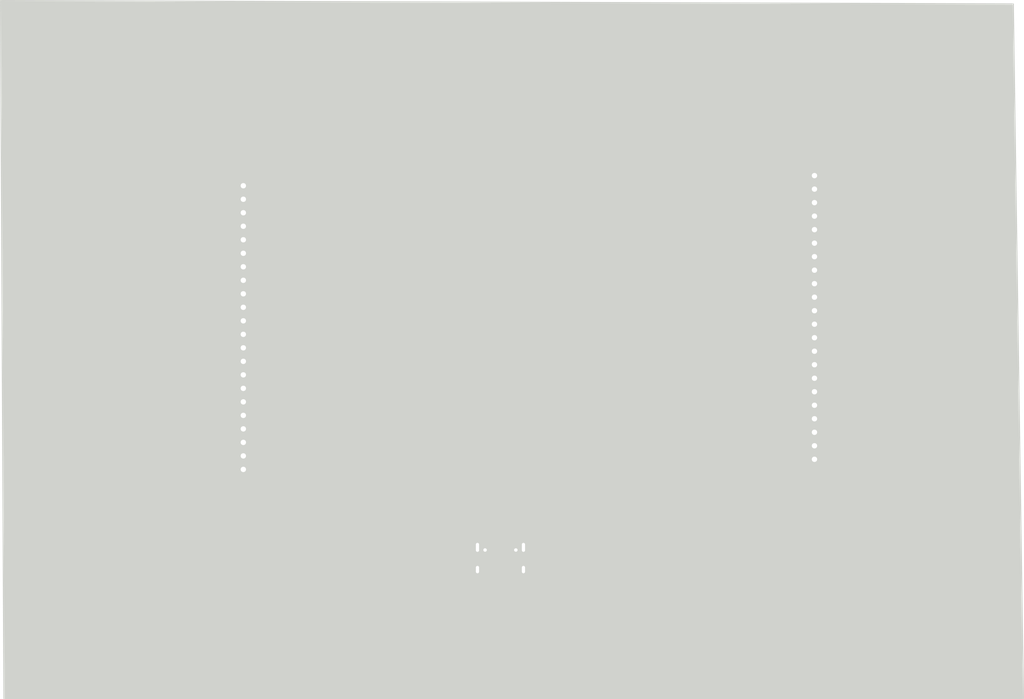
<source format=kicad_pcb>
(kicad_pcb (version 20241229) (generator "pcbnew") (generator_version "9.0")
  (layers (0 "F.Cu" signal) (2 "B.Cu" signal) (13 "F.Paste" user) (15 "B.Paste" user) (5 "F.SilkS" user "F.Silkscreen") (7 "B.SilkS" user "B.Silkscreen") (1 "F.Mask" user) (3 "B.Mask" user) (25 "Edge.Cuts" user))
  (net 0 "")
  (net 1 "/GPIO0")
  (net 2 "GND")
  (net 3 "/3V3")
  (net 4 "/ESP32_EN")
  (net 5 "/5VUSB")
  (net 6 "/GPIO48")
  (net 8 "Net-(D2-A)")
  (net 10 "/USB_P")
  (net 11 "/USB_N")
  (net 13 "Net-(J1-CC2)")
  (net 14 "Net-(J1-CC1)")
  (net 15 "/GPIO3")
  (net 16 "/GPIO14")
  (net 17 "/12C_SCL")
  (net 18 "/GPIO13")
  (net 19 "/GPIO4")
  (net 20 "/GPIO5")
  (net 21 "/12C_SDA")
  (net 22 "/GPIO7")
  (net 23 "/GPIO11")
  (net 24 "/GPIO1")
  (net 25 "/GPIO9")
  (net 26 "/GPIO12")
  (net 27 "/GPIO15")
  (net 28 "/GPIO8")
  (net 29 "/GPIO10")
  (net 30 "/GPIO16")
  (net 31 "/GPIO2")
  (net 32 "/GPIO6")
  (net 33 "/GPIO47")
  (net 34 "/GPIO36")
  (net 35 "/GPIO37")
  (net 36 "/GPIO42")
  (net 37 "/GPIO40")
  (net 38 "/GPIO33")
  (net 39 "/TXD")
  (net 40 "/GPIO34")
  (net 41 "/GPIO35")
  (net 42 "/GPIO45")
  (net 43 "/RXD")
  (net 44 "/GPIO41")
  (net 45 "/GPIO26")
  (net 46 "/GPIO46")
  (net 47 "/GPIO39")
  (net 48 "/GPIO21")
  (net 49 "/GPIO38")
  (net 50 "Net-(U1-IO17)")
  (net 51 "Net-(U3-FB)")
  (footprint "Capacitor_SMD:C_0603_1608Metric" (layer "F.Cu") (at 171.39 94.57 90)
    (property "Reference" "C4" (at -6.89 -4.605 90) (layer "F.SilkS"))
    (property "Value" "~")
    (fp_line (start -0.14058 -0.51) (end 0.14058 -0.51) (stroke (width 0.12)) (layer "F.SilkS"))
    (fp_line (start -0.14058 0.51) (end 0.14058 0.51) (stroke (width 0.12)) (layer "F.SilkS"))
    (pad "1" smd roundrect (at -0.775 0 90) (size 0.9 0.95) (layers "F.Cu" "F.Mask" "F.Paste") (net 2 "GND"))
    (pad "2" smd roundrect (at 0.775 0 90) (size 0.9 0.95) (layers "F.Cu" "F.Mask" "F.Paste") (net 1 "/GPIO0"))
  )
  (footprint "Resistor_SMD:R_0603_1608Metric" (layer "F.Cu") (at 156.815 84.645 90)
    (property "Reference" "R4" (at 0 -1.43 90) (layer "F.SilkS"))
    (property "Value" "~")
    (fp_line (start -0.237258 -0.5225) (end 0.237258 -0.5225) (stroke (width 0.12)) (layer "F.SilkS"))
    (fp_line (start -0.237258 0.5225) (end 0.237258 0.5225) (stroke (width 0.12)) (layer "F.SilkS"))
    (pad "1" smd roundrect (at -0.825 0 90) (size 0.8 0.95) (layers "F.Cu" "F.Mask" "F.Paste") (net 3 "/3V3"))
    (pad "2" smd roundrect (at 0.825 0 90) (size 0.8 0.95) (layers "F.Cu" "F.Mask" "F.Paste") (net 4 "/ESP32_EN"))
  )
  (footprint "Capacitor_SMD:C_0603_1608Metric" (layer "F.Cu") (at 152.37 94.57 90)
    (property "Reference" "C6" (at 0 -1.43 90) (layer "F.SilkS"))
    (property "Value" "~")
    (fp_line (start -0.14058 -0.51) (end 0.14058 -0.51) (stroke (width 0.12)) (layer "F.SilkS"))
    (fp_line (start -0.14058 0.51) (end 0.14058 0.51) (stroke (width 0.12)) (layer "F.SilkS"))
    (pad "1" smd roundrect (at -0.775 0 90) (size 0.9 0.95) (layers "F.Cu" "F.Mask" "F.Paste") (net 2 "GND"))
    (pad "2" smd roundrect (at 0.775 0 90) (size 0.9 0.95) (layers "F.Cu" "F.Mask" "F.Paste") (net 3 "/3V3"))
  )
  (footprint "Capacitor_SMD:C_0603_1608Metric" (layer "F.Cu") (at 163.195 101.46 90)
    (property "Reference" "C2" (at 0 -1.43 90) (layer "F.SilkS"))
    (property "Value" "~")
    (fp_line (start -0.14058 -0.51) (end 0.14058 -0.51) (stroke (width 0.12)) (layer "F.SilkS"))
    (fp_line (start -0.14058 0.51) (end 0.14058 0.51) (stroke (width 0.12)) (layer "F.SilkS"))
    (pad "1" smd roundrect (at -0.775 0 90) (size 0.9 0.95) (layers "F.Cu" "F.Mask" "F.Paste") (net 2 "GND"))
    (pad "2" smd roundrect (at 0.775 0 90) (size 0.9 0.95) (layers "F.Cu" "F.Mask" "F.Paste") (net 3 "/3V3"))
  )
  (footprint "Connector_USB:USB_C_Receptacle_GCT_USB4105-xx-A_16P_TopMnt_Horizontal" (layer "F.Cu") (at 156.265 121.9)
    (property "Reference" "J1" (at 0 -5.5 0) (layer "F.SilkS"))
    (property "Value" "USB_C_Receptacle_USB2.0_16P")
    (fp_line (start -4.67 -0.1) (end -4.67 -1.8) (stroke (width 0.12)) (layer "F.SilkS"))
    (fp_line (start 4.67 -0.1) (end 4.67 -1.8) (stroke (width 0.12)) (layer "F.SilkS"))
    (pad "" np_thru_hole circle (at -2.89 -2.605) (size 0.65 0.65) (drill 0.65) (layers "*.Cu" "*.Mask"))
    (pad "" np_thru_hole circle (at 2.89 -2.605) (size 0.65 0.65) (drill 0.65) (layers "*.Cu" "*.Mask"))
    (pad "A1" smd roundrect (at -3.2 -3.68) (size 0.6 1.15) (layers "F.Cu" "F.Mask" "F.Paste") (net 2 "GND"))
    (pad "A4" smd roundrect (at -2.4 -3.68) (size 0.6 1.15) (layers "F.Cu" "F.Mask" "F.Paste") (net 5 "/5VUSB"))
    (pad "A5" smd roundrect (at -1.25 -3.68) (size 0.3 1.15) (layers "F.Cu" "F.Mask" "F.Paste") (net 14 "Net-(J1-CC1)"))
    (pad "A6" smd roundrect (at -0.25 -3.68) (size 0.3 1.15) (layers "F.Cu" "F.Mask" "F.Paste") (net 10 "/USB_P"))
    (pad "A7" smd roundrect (at 0.25 -3.68) (size 0.3 1.15) (layers "F.Cu" "F.Mask" "F.Paste") (net 11 "/USB_N"))
    (pad "A8" smd roundrect (at 1.25 -3.68) (size 0.3 1.15) (layers "F.Cu" "F.Mask" "F.Paste"))
    (pad "A9" smd roundrect (at 2.4 -3.68) (size 0.6 1.15) (layers "F.Cu" "F.Mask" "F.Paste") (net 5 "/5VUSB"))
    (pad "A12" smd roundrect (at 3.2 -3.68) (size 0.6 1.15) (layers "F.Cu" "F.Mask" "F.Paste") (net 2 "GND"))
    (pad "B1" smd roundrect (at 3.2 -3.68) (size 0.6 1.15) (layers "F.Cu" "F.Mask" "F.Paste") (net 2 "GND"))
    (pad "B4" smd roundrect (at 2.4 -3.68) (size 0.6 1.15) (layers "F.Cu" "F.Mask" "F.Paste") (net 5 "/5VUSB"))
    (pad "B5" smd roundrect (at 1.75 -3.68) (size 0.3 1.15) (layers "F.Cu" "F.Mask" "F.Paste") (net 13 "Net-(J1-CC2)"))
    (pad "B6" smd roundrect (at 0.75 -3.68) (size 0.3 1.15) (layers "F.Cu" "F.Mask" "F.Paste") (net 10 "/USB_P"))
    (pad "B7" smd roundrect (at -0.75 -3.68) (size 0.3 1.15) (layers "F.Cu" "F.Mask" "F.Paste") (net 11 "/USB_N"))
    (pad "B8" smd roundrect (at -1.75 -3.68) (size 0.3 1.15) (layers "F.Cu" "F.Mask" "F.Paste"))
    (pad "B9" smd roundrect (at -2.4 -3.68) (size 0.6 1.15) (layers "F.Cu" "F.Mask" "F.Paste") (net 5 "/5VUSB"))
    (pad "B12" smd roundrect (at -3.2 -3.68) (size 0.6 1.15) (layers "F.Cu" "F.Mask" "F.Paste") (net 2 "GND"))
    (pad "S1" thru_hole oval (at -4.32 -3.105) (size 1 2.1) (drill oval 0.6 1.7) (property pad_prop_heatsink) (layers "*.Cu" "*.Mask" "F.Paste") (net 2 "GND"))
    (pad "S1" thru_hole oval (at -4.32 1.075) (size 1 1.8) (drill oval 0.6 1.4) (property pad_prop_heatsink) (layers "*.Cu" "*.Mask" "F.Paste") (net 2 "GND"))
    (pad "S1" thru_hole oval (at 4.32 -3.105) (size 1 2.1) (drill oval 0.6 1.7) (property pad_prop_heatsink) (layers "*.Cu" "*.Mask" "F.Paste") (net 2 "GND"))
    (pad "S1" thru_hole oval (at 4.32 1.075) (size 1 1.8) (drill oval 0.6 1.4) (property pad_prop_heatsink) (layers "*.Cu" "*.Mask" "F.Paste") (net 2 "GND"))
  )
  (footprint "Resistor_SMD:R_0603_1608Metric" (layer "F.Cu") (at 181.58 128.46 90)
    (property "Reference" "R8" (at 0 -1.43 90) (layer "F.SilkS"))
    (property "Value" "~")
    (fp_line (start -0.237258 -0.5225) (end 0.237258 -0.5225) (stroke (width 0.12)) (layer "F.SilkS"))
    (fp_line (start -0.237258 0.5225) (end 0.237258 0.5225) (stroke (width 0.12)) (layer "F.SilkS"))
    (pad "1" smd roundrect (at -0.825 0 90) (size 0.8 0.95) (layers "F.Cu" "F.Mask" "F.Paste") (net 51 "Net-(U3-FB)"))
    (pad "2" smd roundrect (at 0.825 0 90) (size 0.8 0.95) (layers "F.Cu" "F.Mask" "F.Paste") (net 2 "GND"))
  )
  (footprint "Capacitor_SMD:C_0603_1608Metric" (layer "F.Cu") (at 149.86 94.57 90)
    (property "Reference" "C5" (at 0 -1.43 90) (layer "F.SilkS"))
    (property "Value" "~")
    (fp_line (start -0.14058 -0.51) (end 0.14058 -0.51) (stroke (width 0.12)) (layer "F.SilkS"))
    (fp_line (start -0.14058 0.51) (end 0.14058 0.51) (stroke (width 0.12)) (layer "F.SilkS"))
    (pad "1" smd roundrect (at -0.775 0 90) (size 0.9 0.95) (layers "F.Cu" "F.Mask" "F.Paste") (net 2 "GND"))
    (pad "2" smd roundrect (at 0.775 0 90) (size 0.9 0.95) (layers "F.Cu" "F.Mask" "F.Paste") (net 4 "/ESP32_EN"))
  )
  (footprint "Resistor_SMD:R_0603_1608Metric" (layer "F.Cu") (at 178.92 90.56 90)
    (property "Reference" "R6" (at 0 -1.43 90) (layer "F.SilkS"))
    (property "Value" "~")
    (fp_line (start -0.237258 -0.5225) (end 0.237258 -0.5225) (stroke (width 0.12)) (layer "F.SilkS"))
    (fp_line (start -0.237258 0.5225) (end 0.237258 0.5225) (stroke (width 0.12)) (layer "F.SilkS"))
    (pad "1" smd roundrect (at -0.825 0 90) (size 0.8 0.95) (layers "F.Cu" "F.Mask" "F.Paste") (net 13 "Net-(J1-CC2)"))
    (pad "2" smd roundrect (at 0.825 0 90) (size 0.8 0.95) (layers "F.Cu" "F.Mask" "F.Paste") (net 2 "GND"))
  )
  (footprint "LED_SMD:LED_WS2812B_PLCC4_5.0x5.0mm_P3.2mm" (layer "F.Cu") (at 187.865 109.895)
    (property "Reference" "D1" (at 0 -3.5 0) (layer "F.SilkS"))
    (property "Value" "WS2812B")
    (fp_line (start -3.5 -2.75) (end -3.5 2.75) (stroke (width 0.12)) (layer "F.SilkS"))
    (fp_line (start -3.5 -2.75) (end 3.5 -2.75) (stroke (width 0.12)) (layer "F.SilkS"))
    (fp_line (start -3.5 2.75) (end 3.05 2.75) (stroke (width 0.12)) (layer "F.SilkS"))
    (fp_line (start -2.7 0.9) (end -2.7 -0.9) (stroke (width 0.12)) (layer "F.SilkS"))
    (fp_line (start 2.7 0.9) (end 2.7 -0.9) (stroke (width 0.12)) (layer "F.SilkS"))
    (fp_line (start 3.05 2.75) (end 3.5 2.3) (stroke (width 0.12)) (layer "F.SilkS"))
    (fp_line (start 3.5 2.3) (end 3.5 -2.75) (stroke (width 0.12)) (layer "F.SilkS"))
    (fp_text user "1" (at -4 -1.6 0) (layer "F.SilkS") (effects (font (size 0.8 0.8))))
    (pad "1" smd roundrect (at -2.45 -1.65) (size 1.5 0.9) (layers "F.Cu" "F.Mask" "F.Paste") (roundrect_rratio 0.1) (net 3 "/3V3"))
    (pad "2" smd roundrect (at -2.45 1.65) (size 1.5 0.9) (layers "F.Cu" "F.Mask" "F.Paste") (roundrect_rratio 0.1))
    (pad "3" smd roundrect (at 2.45 1.65) (size 1.5 0.9) (layers "F.Cu" "F.Mask" "F.Paste") (roundrect_rratio 0.1) (net 2 "GND"))
    (pad "4" smd roundrect (at 2.45 -1.65) (size 1.5 0.9) (layers "F.Cu" "F.Mask" "F.Paste") (roundrect_rratio 0.1) (net 6 "/GPIO48"))
  )
  (footprint "Connector_PinHeader_2.54mm:PinHeader_1x22_P2.54mm_Vertical" (layer "F.Cu") (at 107.95 50.8)
    (property "Reference" "J2" (at 0 -2.33 0) (layer "F.SilkS"))
    (property "Value" "Conn_01x22_Pin")
    (fp_line (start -1.33 -1.33) (end 0 -1.33) (stroke (width 0.12)) (layer "F.SilkS"))
    (fp_line (start -1.33 0) (end -1.33 -1.33) (stroke (width 0.12)) (layer "F.SilkS"))
    (fp_line (start -1.33 1.27) (end -1.33 54.67) (stroke (width 0.12)) (layer "F.SilkS"))
    (fp_line (start -1.33 1.27) (end 1.33 1.27) (stroke (width 0.12)) (layer "F.SilkS"))
    (fp_line (start -1.33 54.67) (end 1.33 54.67) (stroke (width 0.12)) (layer "F.SilkS"))
    (fp_line (start 1.33 1.27) (end 1.33 54.67) (stroke (width 0.12)) (layer "F.SilkS"))
    (pad "1" thru_hole rect (at 0 0) (size 1.7 1.7) (drill 1) (layers "*.Cu" "*.Mask") (net 3 "/3V3"))
    (pad "2" thru_hole oval (at 0 2.54) (size 1.7 1.7) (drill 1) (layers "*.Cu" "*.Mask") (net 1 "/GPIO0"))
    (pad "3" thru_hole oval (at 0 5.08) (size 1.7 1.7) (drill 1) (layers "*.Cu" "*.Mask") (net 24 "/GPIO1"))
    (pad "4" thru_hole oval (at 0 7.62) (size 1.7 1.7) (drill 1) (layers "*.Cu" "*.Mask") (net 31 "/GPIO2"))
    (pad "5" thru_hole oval (at 0 10.16) (size 1.7 1.7) (drill 1) (layers "*.Cu" "*.Mask") (net 15 "/GPIO3"))
    (pad "6" thru_hole oval (at 0 12.7) (size 1.7 1.7) (drill 1) (layers "*.Cu" "*.Mask") (net 19 "/GPIO4"))
    (pad "7" thru_hole oval (at 0 15.24) (size 1.7 1.7) (drill 1) (layers "*.Cu" "*.Mask") (net 20 "/GPIO5"))
    (pad "8" thru_hole oval (at 0 17.78) (size 1.7 1.7) (drill 1) (layers "*.Cu" "*.Mask") (net 32 "/GPIO6"))
    (pad "9" thru_hole oval (at 0 20.32) (size 1.7 1.7) (drill 1) (layers "*.Cu" "*.Mask") (net 22 "/GPIO7"))
    (pad "10" thru_hole oval (at 0 22.86) (size 1.7 1.7) (drill 1) (layers "*.Cu" "*.Mask") (net 28 "/GPIO8"))
    (pad "11" thru_hole oval (at 0 25.4) (size 1.7 1.7) (drill 1) (layers "*.Cu" "*.Mask") (net 25 "/GPIO9"))
    (pad "12" thru_hole oval (at 0 27.94) (size 1.7 1.7) (drill 1) (layers "*.Cu" "*.Mask") (net 29 "/GPIO10"))
    (pad "13" thru_hole oval (at 0 30.48) (size 1.7 1.7) (drill 1) (layers "*.Cu" "*.Mask") (net 23 "/GPIO11"))
    (pad "14" thru_hole oval (at 0 33.02) (size 1.7 1.7) (drill 1) (layers "*.Cu" "*.Mask") (net 26 "/GPIO12"))
    (pad "15" thru_hole oval (at 0 35.56) (size 1.7 1.7) (drill 1) (layers "*.Cu" "*.Mask") (net 18 "/GPIO13"))
    (pad "16" thru_hole oval (at 0 38.1) (size 1.7 1.7) (drill 1) (layers "*.Cu" "*.Mask") (net 16 "/GPIO14"))
    (pad "17" thru_hole oval (at 0 40.64) (size 1.7 1.7) (drill 1) (layers "*.Cu" "*.Mask") (net 27 "/GPIO15"))
    (pad "18" thru_hole oval (at 0 43.18) (size 1.7 1.7) (drill 1) (layers "*.Cu" "*.Mask") (net 30 "/GPIO16"))
    (pad "19" thru_hole oval (at 0 45.72) (size 1.7 1.7) (drill 1) (layers "*.Cu" "*.Mask") (net 17 "/12C_SCL"))
    (pad "20" thru_hole oval (at 0 48.26) (size 1.7 1.7) (drill 1) (layers "*.Cu" "*.Mask") (net 21 "/12C_SDA"))
    (pad "21" thru_hole oval (at 0 50.8) (size 1.7 1.7) (drill 1) (layers "*.Cu" "*.Mask") (net 5 "/5VUSB"))
    (pad "22" thru_hole oval (at 0 53.34) (size 1.7 1.7) (drill 1) (layers "*.Cu" "*.Mask") (net 2 "GND"))
  )
  (footprint "Button_Switch_SMD:SW_MEC_5GSH9" (layer "F.Cu") (at 141.605 93.245)
    (property "Reference" "RESET1" (at 3.49 26.915 180) (layer "F.SilkS"))
    (property "Value" "~")
    (fp_line (start -5.25 -5.25) (end -5.25 0) (stroke (width 0.12)) (layer "F.SilkS"))
    (fp_line (start -5.25 5.25) (end -5.25 4) (stroke (width 0.12)) (layer "F.SilkS"))
    (fp_line (start -4.7 -5.25) (end -5.25 -5.25) (stroke (width 0.12)) (layer "F.SilkS"))
    (fp_line (start -4.7 5.25) (end -5.25 5.25) (stroke (width 0.12)) (layer "F.SilkS"))
    (fp_line (start 4.7 -5.25) (end 5.25 -5.25) (stroke (width 0.12)) (layer "F.SilkS"))
    (fp_line (start 4.7 5.25) (end 5.25 5.25) (stroke (width 0.12)) (layer "F.SilkS"))
    (fp_line (start 5.25 -5.25) (end 5.25 -4) (stroke (width 0.12)) (layer "F.SilkS"))
    (fp_line (start 5.25 5.25) (end 5.25 4) (stroke (width 0.12)) (layer "F.SilkS"))
    (pad "1" smd rect (at -3.81 -6.25 90) (size 2.5 1.2) (layers "F.Cu" "F.Mask" "F.Paste") (net 2 "GND"))
    (pad "2" smd rect (at -3.81 6.25 90) (size 2.5 1.2) (layers "F.Cu" "F.Mask" "F.Paste") (net 2 "GND"))
    (pad "3" smd rect (at 3.81 -6.25 90) (size 2.5 1.2) (layers "F.Cu" "F.Mask" "F.Paste") (net 4 "/ESP32_EN"))
    (pad "4" smd rect (at 3.81 6.25 90) (size 2.5 1.2) (layers "F.Cu" "F.Mask" "F.Paste") (net 4 "/ESP32_EN"))
  )
  (footprint "Resistor_SMD:R_0603_1608Metric" (layer "F.Cu") (at 179.07 128.46 90)
    (property "Reference" "R7" (at 0 -1.43 90) (layer "F.SilkS"))
    (property "Value" "~")
    (fp_line (start -0.237258 -0.5225) (end 0.237258 -0.5225) (stroke (width 0.12)) (layer "F.SilkS"))
    (fp_line (start -0.237258 0.5225) (end 0.237258 0.5225) (stroke (width 0.12)) (layer "F.SilkS"))
    (pad "1" smd roundrect (at -0.825 0 90) (size 0.8 0.95) (layers "F.Cu" "F.Mask" "F.Paste") (net 3 "/3V3"))
    (pad "2" smd roundrect (at 0.825 0 90) (size 0.8 0.95) (layers "F.Cu" "F.Mask" "F.Paste") (net 51 "Net-(U3-FB)"))
  )
  (footprint "RF_Module:ESP32-S2-MINI-1" (layer "F.Cu") (at 158.15 60.76)
    (property "Reference" "U1" (at -16.745 24.985 0) (layer "F.SilkS"))
    (property "Value" "ESP32-S3-MINI-1")
    (fp_line (start -8.075 -10.6) (end -8.075 -8.15) (stroke (width 0.12)) (layer "F.SilkS"))
    (fp_line (start -8.075 -10.6) (end -5.625 -10.6) (stroke (width 0.12)) (layer "F.SilkS"))
    (fp_line (start -7.8 -10.35) (end 7.8 -10.35) (stroke (width 0.12)) (layer "F.SilkS"))
    (fp_line (start -7.8 10.35) (end -7.8 -10.35) (stroke (width 0.12)) (layer "F.SilkS"))
    (fp_line (start 7.8 -10.35) (end 7.8 10.35) (stroke (width 0.12)) (layer "F.SilkS"))
    (fp_line (start 7.8 10.35) (end -7.8 10.35) (stroke (width 0.12)) (layer "F.SilkS"))
    (fp_poly (pts (xy -7.975 -3.4) (xy -8.311 -3.16) (xy -8.311 -3.64) (xy -7.975 -3.4)) (stroke (width 0.12)) (fill yes) (layer "F.SilkS"))
    (pad "1" smd rect (at -7 -3.4) (size 0.8 0.4) (layers "F.Cu" "F.Mask" "F.Paste") (net 2 "GND"))
    (pad "2" smd rect (at -7 -2.55) (size 0.8 0.4) (layers "F.Cu" "F.Mask" "F.Paste") (net 2 "GND"))
    (pad "3" smd rect (at -7 -1.7) (size 0.8 0.4) (layers "F.Cu" "F.Mask" "F.Paste") (net 3 "/3V3"))
    (pad "4" smd rect (at -7 -0.85) (size 0.8 0.4) (layers "F.Cu" "F.Mask" "F.Paste") (net 1 "/GPIO0"))
    (pad "5" smd rect (at -7 0) (size 0.8 0.4) (layers "F.Cu" "F.Mask" "F.Paste") (net 24 "/GPIO1"))
    (pad "6" smd rect (at -7 0.85) (size 0.8 0.4) (layers "F.Cu" "F.Mask" "F.Paste") (net 31 "/GPIO2"))
    (pad "7" smd rect (at -7 1.7) (size 0.8 0.4) (layers "F.Cu" "F.Mask" "F.Paste") (net 15 "/GPIO3"))
    (pad "8" smd rect (at -7 2.55) (size 0.8 0.4) (layers "F.Cu" "F.Mask" "F.Paste") (net 19 "/GPIO4"))
    (pad "9" smd rect (at -7 3.4) (size 0.8 0.4) (layers "F.Cu" "F.Mask" "F.Paste") (net 20 "/GPIO5"))
    (pad "10" smd rect (at -7 4.25) (size 0.8 0.4) (layers "F.Cu" "F.Mask" "F.Paste") (net 32 "/GPIO6"))
    (pad "11" smd rect (at -7 5.1) (size 0.8 0.4) (layers "F.Cu" "F.Mask" "F.Paste") (net 22 "/GPIO7"))
    (pad "12" smd rect (at -7 5.95) (size 0.8 0.4) (layers "F.Cu" "F.Mask" "F.Paste") (net 28 "/GPIO8"))
    (pad "13" smd rect (at -7 6.8) (size 0.8 0.4) (layers "F.Cu" "F.Mask" "F.Paste") (net 25 "/GPIO9"))
    (pad "14" smd rect (at -7 7.65) (size 0.8 0.4) (layers "F.Cu" "F.Mask" "F.Paste") (net 29 "/GPIO10"))
    (pad "15" smd rect (at -7 8.5) (size 0.8 0.4) (layers "F.Cu" "F.Mask" "F.Paste") (net 23 "/GPIO11"))
    (pad "16" smd rect (at -5.95 9.55 90) (size 0.8 0.4) (layers "F.Cu" "F.Mask" "F.Paste") (net 26 "/GPIO12"))
    (pad "17" smd rect (at -5.1 9.55 90) (size 0.8 0.4) (layers "F.Cu" "F.Mask" "F.Paste") (net 18 "/GPIO13"))
    (pad "18" smd rect (at -4.25 9.55 90) (size 0.8 0.4) (layers "F.Cu" "F.Mask" "F.Paste") (net 16 "/GPIO14"))
    (pad "19" smd rect (at -3.4 9.55 90) (size 0.8 0.4) (layers "F.Cu" "F.Mask" "F.Paste") (net 27 "/GPIO15"))
    (pad "20" smd rect (at -2.55 9.55 90) (size 0.8 0.4) (layers "F.Cu" "F.Mask" "F.Paste") (net 30 "/GPIO16"))
    (pad "21" smd rect (at -1.7 9.55 90) (size 0.8 0.4) (layers "F.Cu" "F.Mask" "F.Paste") (net 50 "Net-(U1-IO17)"))
    (pad "22" smd rect (at -0.85 9.55 90) (size 0.8 0.4) (layers "F.Cu" "F.Mask" "F.Paste") (net 21 "/12C_SDA"))
    (pad "23" smd rect (at 0 9.55 90) (size 0.8 0.4) (layers "F.Cu" "F.Mask" "F.Paste") (net 11 "/USB_N"))
    (pad "24" smd rect (at 0.85 9.55 90) (size 0.8 0.4) (layers "F.Cu" "F.Mask" "F.Paste") (net 10 "/USB_P"))
    (pad "25" smd rect (at 1.7 9.55 90) (size 0.8 0.4) (layers "F.Cu" "F.Mask" "F.Paste") (net 48 "/GPIO21"))
    (pad "26" smd rect (at 2.55 9.55 90) (size 0.8 0.4) (layers "F.Cu" "F.Mask" "F.Paste") (net 45 "/GPIO26"))
    (pad "27" smd rect (at 3.4 9.55 90) (size 0.8 0.4) (layers "F.Cu" "F.Mask" "F.Paste") (net 33 "/GPIO47"))
    (pad "28" smd rect (at 4.25 9.55 90) (size 0.8 0.4) (layers "F.Cu" "F.Mask" "F.Paste") (net 38 "/GPIO33"))
    (pad "29" smd rect (at 5.1 9.55 90) (size 0.8 0.4) (layers "F.Cu" "F.Mask" "F.Paste") (net 40 "/GPIO34"))
    (pad "30" smd rect (at 5.95 9.55 90) (size 0.8 0.4) (layers "F.Cu" "F.Mask" "F.Paste") (net 6 "/GPIO48"))
    (pad "31" smd rect (at 7 8.5) (size 0.8 0.4) (layers "F.Cu" "F.Mask" "F.Paste") (net 41 "/GPIO35"))
    (pad "32" smd rect (at 7 7.65) (size 0.8 0.4) (layers "F.Cu" "F.Mask" "F.Paste") (net 34 "/GPIO36"))
    (pad "33" smd rect (at 7 6.8) (size 0.8 0.4) (layers "F.Cu" "F.Mask" "F.Paste") (net 35 "/GPIO37"))
    (pad "34" smd rect (at 7 5.95) (size 0.8 0.4) (layers "F.Cu" "F.Mask" "F.Paste") (net 49 "/GPIO38"))
    (pad "35" smd rect (at 7 5.1) (size 0.8 0.4) (layers "F.Cu" "F.Mask" "F.Paste") (net 47 "/GPIO39"))
    (pad "36" smd rect (at 7 4.25) (size 0.8 0.4) (layers "F.Cu" "F.Mask" "F.Paste") (net 37 "/GPIO40"))
    (pad "37" smd rect (at 7 3.4) (size 0.8 0.4) (layers "F.Cu" "F.Mask" "F.Paste") (net 44 "/GPIO41"))
    (pad "38" smd rect (at 7 2.55) (size 0.8 0.4) (layers "F.Cu" "F.Mask" "F.Paste") (net 36 "/GPIO42"))
    (pad "39" smd rect (at 7 1.7) (size 0.8 0.4) (layers "F.Cu" "F.Mask" "F.Paste") (net 39 "/TXD"))
    (pad "40" smd rect (at 7 0.85) (size 0.8 0.4) (layers "F.Cu" "F.Mask" "F.Paste") (net 43 "/RXD"))
    (pad "41" smd rect (at 7 0) (size 0.8 0.4) (layers "F.Cu" "F.Mask" "F.Paste") (net 42 "/GPIO45"))
    (pad "42" smd rect (at 7 -0.85) (size 0.8 0.4) (layers "F.Cu" "F.Mask" "F.Paste") (net 2 "GND"))
    (pad "43" smd rect (at 7 -1.7) (size 0.8 0.4) (layers "F.Cu" "F.Mask" "F.Paste") (net 2 "GND"))
    (pad "44" smd rect (at 7 -2.55) (size 0.8 0.4) (layers "F.Cu" "F.Mask" "F.Paste") (net 46 "/GPIO46"))
    (pad "45" smd rect (at 7 -3.4) (size 0.8 0.4) (layers "F.Cu" "F.Mask" "F.Paste") (net 4 "/ESP32_EN"))
    (pad "46" smd rect (at 5.95 -4.45 90) (size 0.8 0.4) (layers "F.Cu" "F.Mask" "F.Paste") (net 2 "GND"))
    (pad "47" smd rect (at 5.1 -4.45 90) (size 0.8 0.4) (layers "F.Cu" "F.Mask" "F.Paste") (net 2 "GND"))
    (pad "48" smd rect (at 4.25 -4.45 90) (size 0.8 0.4) (layers "F.Cu" "F.Mask" "F.Paste") (net 2 "GND"))
    (pad "49" smd rect (at 3.4 -4.45 90) (size 0.8 0.4) (layers "F.Cu" "F.Mask" "F.Paste") (net 2 "GND"))
    (pad "50" smd rect (at 2.55 -4.45 90) (size 0.8 0.4) (layers "F.Cu" "F.Mask" "F.Paste") (net 2 "GND"))
    (pad "51" smd rect (at 1.7 -4.45 90) (size 0.8 0.4) (layers "F.Cu" "F.Mask" "F.Paste") (net 2 "GND"))
    (pad "52" smd rect (at 0.85 -4.45 90) (size 0.8 0.4) (layers "F.Cu" "F.Mask" "F.Paste") (net 2 "GND"))
    (pad "53" smd rect (at 0 -4.45 90) (size 0.8 0.4) (layers "F.Cu" "F.Mask" "F.Paste") (net 2 "GND"))
    (pad "54" smd rect (at -0.85 -4.45 90) (size 0.8 0.4) (layers "F.Cu" "F.Mask" "F.Paste") (net 2 "GND"))
    (pad "55" smd rect (at -1.7 -4.45 90) (size 0.8 0.4) (layers "F.Cu" "F.Mask" "F.Paste") (net 2 "GND"))
    (pad "56" smd rect (at -2.55 -4.45 90) (size 0.8 0.4) (layers "F.Cu" "F.Mask" "F.Paste") (net 2 "GND"))
    (pad "57" smd rect (at -3.4 -4.45 90) (size 0.8 0.4) (layers "F.Cu" "F.Mask" "F.Paste") (net 2 "GND"))
    (pad "58" smd rect (at -4.25 -4.45 90) (size 0.8 0.4) (layers "F.Cu" "F.Mask" "F.Paste") (net 2 "GND"))
    (pad "59" smd rect (at -5.1 -4.45 90) (size 0.8 0.4) (layers "F.Cu" "F.Mask" "F.Paste") (net 2 "GND"))
    (pad "60" smd rect (at -5.95 -4.45 90) (size 0.8 0.4) (layers "F.Cu" "F.Mask" "F.Paste") (net 2 "GND"))
    (pad "61" smd roundrect (at -1.65 0.9) (size 1.2 1.2) (property pad_prop_heatsink) (layers "F.Cu" "F.Mask" "F.Paste") (roundrect_rratio 0) (chamfer_ratio 0.33) (chamfer top_left) (net 2 "GND"))
    (pad "61" smd rect (at -1.65 2.55) (size 1.2 1.2) (property pad_prop_heatsink) (layers "F.Cu" "F.Mask" "F.Paste") (net 2 "GND"))
    (pad "61" smd rect (at -1.65 4.2) (size 1.2 1.2) (property pad_prop_heatsink) (layers "F.Cu" "F.Mask" "F.Paste") (net 2 "GND"))
    (pad "61" smd rect (at 0 0.9) (size 1.2 1.2) (property pad_prop_heatsink) (layers "F.Cu" "F.Mask" "F.Paste") (net 2 "GND"))
    (pad "61" smd rect (at 0 2.55) (size 1.2 1.2) (property pad_prop_heatsink) (layers "F.Cu" "F.Mask" "F.Paste") (net 2 "GND"))
    (pad "61" smd rect (at 0 4.2) (size 1.2 1.2) (property pad_prop_heatsink) (layers "F.Cu" "F.Mask" "F.Paste") (net 2 "GND"))
    (pad "61" smd rect (at 1.65 0.9) (size 1.2 1.2) (property pad_prop_heatsink) (layers "F.Cu" "F.Mask" "F.Paste") (net 2 "GND"))
    (pad "61" smd rect (at 1.65 2.55) (size 1.2 1.2) (property pad_prop_heatsink) (layers "F.Cu" "F.Mask" "F.Paste") (net 2 "GND"))
    (pad "61" smd rect (at 1.65 4.2) (size 1.2 1.2) (property pad_prop_heatsink) (layers "F.Cu" "F.Mask" "F.Paste") (net 2 "GND"))
    (pad "62" smd rect (at -7 -4.45) (size 0.8 0.8) (layers "F.Cu" "F.Mask" "F.Paste") (net 2 "GND"))
    (pad "63" smd rect (at -7 9.55) (size 0.8 0.8) (layers "F.Cu" "F.Mask" "F.Paste") (net 2 "GND"))
    (pad "64" smd rect (at 7 9.55) (size 0.8 0.8) (layers "F.Cu" "F.Mask" "F.Paste") (net 2 "GND"))
    (pad "65" smd rect (at 7 -4.45) (size 0.8 0.8) (layers "F.Cu" "F.Mask" "F.Paste") (net 2 "GND"))
  )
  (footprint "Capacitor_SMD:C_0603_1608Metric" (layer "F.Cu") (at 178.92 94.57 90)
    (property "Reference" "C7" (at 0 -1.43 90) (layer "F.SilkS"))
    (property "Value" "~")
    (fp_line (start -0.14058 -0.51) (end 0.14058 -0.51) (stroke (width 0.12)) (layer "F.SilkS"))
    (fp_line (start -0.14058 0.51) (end 0.14058 0.51) (stroke (width 0.12)) (layer "F.SilkS"))
    (pad "1" smd roundrect (at -0.775 0 90) (size 0.9 0.95) (layers "F.Cu" "F.Mask" "F.Paste") (net 2 "GND"))
    (pad "2" smd roundrect (at 0.775 0 90) (size 0.9 0.95) (layers "F.Cu" "F.Mask" "F.Paste") (net 5 "/5VUSB"))
  )
  (footprint "Capacitor_SMD:C_0603_1608Metric" (layer "F.Cu") (at 174.18 107.315 90)
    (property "Reference" "C8" (at 0 -1.43 90) (layer "F.SilkS"))
    (property "Value" "~")
    (fp_line (start -0.14058 -0.51) (end 0.14058 -0.51) (stroke (width 0.12)) (layer "F.SilkS"))
    (fp_line (start -0.14058 0.51) (end 0.14058 0.51) (stroke (width 0.12)) (layer "F.SilkS"))
    (pad "1" smd roundrect (at -0.775 0 90) (size 0.9 0.95) (layers "F.Cu" "F.Mask" "F.Paste") (net 2 "GND"))
    (pad "2" smd roundrect (at 0.775 0 90) (size 0.9 0.95) (layers "F.Cu" "F.Mask" "F.Paste") (net 3 "/3V3"))
  )
  (footprint "Resistor_SMD:R_0603_1608Metric" (layer "F.Cu") (at 159.325 84.645 90)
    (property "Reference" "R5" (at 0 -1.43 90) (layer "F.SilkS"))
    (property "Value" "~")
    (fp_line (start -0.237258 -0.5225) (end 0.237258 -0.5225) (stroke (width 0.12)) (layer "F.SilkS"))
    (fp_line (start -0.237258 0.5225) (end 0.237258 0.5225) (stroke (width 0.12)) (layer "F.SilkS"))
    (pad "1" smd roundrect (at -0.825 0 90) (size 0.8 0.95) (layers "F.Cu" "F.Mask" "F.Paste") (net 14 "Net-(J1-CC1)"))
    (pad "2" smd roundrect (at 0.825 0 90) (size 0.8 0.95) (layers "F.Cu" "F.Mask" "F.Paste") (net 2 "GND"))
  )
  (footprint "Resistor_SMD:R_0603_1608Metric" (layer "F.Cu") (at 181.8 102.87)
    (property "Reference" "R9" (at 0.8 -15.48 90) (layer "F.SilkS"))
    (property "Value" "~")
    (fp_line (start -0.237258 -0.5225) (end 0.237258 -0.5225) (stroke (width 0.12)) (layer "F.SilkS"))
    (fp_line (start -0.237258 0.5225) (end 0.237258 0.5225) (stroke (width 0.12)) (layer "F.SilkS"))
    (pad "1" smd roundrect (at -0.825 0) (size 0.8 0.95) (layers "F.Cu" "F.Mask" "F.Paste") (net 3 "/3V3"))
    (pad "2" smd roundrect (at 0.825 0) (size 0.8 0.95) (layers "F.Cu" "F.Mask" "F.Paste") (net 8 "Net-(D2-A)"))
  )
  (footprint "Resistor_SMD:R_0603_1608Metric" (layer "F.Cu") (at 154.305 84.645 90)
    (property "Reference" "R3" (at 0 -1.43 90) (layer "F.SilkS"))
    (property "Value" "~")
    (fp_line (start -0.237258 -0.5225) (end 0.237258 -0.5225) (stroke (width 0.12)) (layer "F.SilkS"))
    (fp_line (start -0.237258 0.5225) (end 0.237258 0.5225) (stroke (width 0.12)) (layer "F.SilkS"))
    (pad "1" smd roundrect (at -0.825 0 90) (size 0.8 0.95) (layers "F.Cu" "F.Mask" "F.Paste") (net 3 "/3V3"))
    (pad "2" smd roundrect (at 0.825 0 90) (size 0.8 0.95) (layers "F.Cu" "F.Mask" "F.Paste") (net 50 "Net-(U1-IO17)"))
  )
  (footprint "Capacitor_SMD:C_0603_1608Metric" (layer "F.Cu") (at 165.705 101.46 90)
    (property "Reference" "C3" (at 0 -1.43 90) (layer "F.SilkS"))
    (property "Value" "~")
    (fp_line (start -0.14058 -0.51) (end 0.14058 -0.51) (stroke (width 0.12)) (layer "F.SilkS"))
    (fp_line (start -0.14058 0.51) (end 0.14058 0.51) (stroke (width 0.12)) (layer "F.SilkS"))
    (pad "1" smd roundrect (at -0.775 0 90) (size 0.9 0.95) (layers "F.Cu" "F.Mask" "F.Paste") (net 2 "GND"))
    (pad "2" smd roundrect (at 0.775 0 90) (size 0.9 0.95) (layers "F.Cu" "F.Mask" "F.Paste") (net 3 "/3V3"))
  )
  (footprint "Package_DFN_QFN:Diodes_UDFN-10_1.0x2.5mm_P0.5mm" (layer "F.Cu") (at 189.835 115.355)
    (property "Reference" "U2" (at 0 -2.54 0) (layer "F.SilkS"))
    (property "Value" "D3V3XA4B10LP")
    (fp_line (start 0.5 -1.36) (end -0.5 -1.36) (stroke (width 0.12)) (layer "F.SilkS"))
    (fp_line (start 0.5 1.36) (end -0.5 1.36) (stroke (width 0.12)) (layer "F.SilkS"))
    (fp_poly (pts (xy -0.89 -1.31) (xy -1.17 -1.31) (xy -0.89 -1.59) (xy -0.89 -1.31)) (stroke (width 0.12)) (fill yes) (layer "F.SilkS"))
    (pad "1" smd rect (at -0.3875 -1 270) (size 0.25 0.625) (layers "F.Cu" "F.Mask" "F.Paste") (net 10 "/USB_P"))
    (pad "2" smd rect (at -0.3875 -0.5 270) (size 0.25 0.625) (layers "F.Cu" "F.Mask" "F.Paste") (net 11 "/USB_N"))
    (pad "3" smd rect (at -0.35 0 270) (size 0.45 0.7) (layers "F.Cu" "F.Mask" "F.Paste") (net 2 "GND"))
    (pad "4" smd rect (at -0.3875 0.5 270) (size 0.25 0.625) (layers "F.Cu" "F.Mask" "F.Paste") (net 5 "/5VUSB"))
    (pad "5" smd rect (at -0.3875 1 270) (size 0.25 0.625) (layers "F.Cu" "F.Mask" "F.Paste"))
    (pad "6" smd rect (at 0.3875 1 270) (size 0.25 0.625) (layers "F.Cu" "F.Mask" "F.Paste"))
    (pad "7" smd rect (at 0.3875 0.5 270) (size 0.25 0.625) (layers "F.Cu" "F.Mask" "F.Paste") (net 5 "/5VUSB"))
    (pad "8" smd rect (at 0.4125 0 270) (size 0.45 0.575) (layers "F.Cu" "F.Mask" "F.Paste") (net 2 "GND"))
    (pad "9" smd rect (at 0.3875 -0.5 270) (size 0.25 0.625) (layers "F.Cu" "F.Mask" "F.Paste") (net 11 "/USB_N"))
    (pad "10" smd rect (at 0.3875 -1 270) (size 0.25 0.625) (layers "F.Cu" "F.Mask" "F.Paste") (net 10 "/USB_P"))
  )
  (footprint "Button_Switch_SMD:SW_MEC_5GSH9" (layer "F.Cu") (at 132.715 115.47)
    (property "Reference" "BOOT1" (at -3.325 -8.575 180) (layer "F.SilkS"))
    (property "Value" "~")
    (fp_line (start -5.25 -5.25) (end -5.25 0) (stroke (width 0.12)) (layer "F.SilkS"))
    (fp_line (start -5.25 5.25) (end -5.25 4) (stroke (width 0.12)) (layer "F.SilkS"))
    (fp_line (start -4.7 -5.25) (end -5.25 -5.25) (stroke (width 0.12)) (layer "F.SilkS"))
    (fp_line (start -4.7 5.25) (end -5.25 5.25) (stroke (width 0.12)) (layer "F.SilkS"))
    (fp_line (start 4.7 -5.25) (end 5.25 -5.25) (stroke (width 0.12)) (layer "F.SilkS"))
    (fp_line (start 4.7 5.25) (end 5.25 5.25) (stroke (width 0.12)) (layer "F.SilkS"))
    (fp_line (start 5.25 -5.25) (end 5.25 -4) (stroke (width 0.12)) (layer "F.SilkS"))
    (fp_line (start 5.25 5.25) (end 5.25 4) (stroke (width 0.12)) (layer "F.SilkS"))
    (pad "1" smd rect (at -3.81 -6.25 90) (size 2.5 1.2) (layers "F.Cu" "F.Mask" "F.Paste") (net 2 "GND"))
    (pad "2" smd rect (at -3.81 6.25 90) (size 2.5 1.2) (layers "F.Cu" "F.Mask" "F.Paste") (net 2 "GND"))
    (pad "3" smd rect (at 3.81 -6.25 90) (size 2.5 1.2) (layers "F.Cu" "F.Mask" "F.Paste") (net 1 "/GPIO0"))
    (pad "4" smd rect (at 3.81 6.25 90) (size 2.5 1.2) (layers "F.Cu" "F.Mask" "F.Paste") (net 1 "/GPIO0"))
  )
  (footprint "Package_DFN_QFN:AMS_QFN-4-1EP_2x2mm_P0.95mm_EP0.7x1.6mm" (layer "F.Cu") (at 186.085 114.98)
    (property "Reference" "U4" (at 0 -2 0) (layer "F.SilkS"))
    (property "Value" "ENS210")
    (fp_line (start -1 1.11) (end 1 1.11) (stroke (width 0.12)) (layer "F.SilkS"))
    (fp_line (start 1 -1.11) (end -1 -1.11) (stroke (width 0.12)) (layer "F.SilkS"))
    (fp_poly (pts (xy -1.44 -0.86) (xy -1.72 -0.86) (xy -1.44 -1.14) (xy -1.44 -0.86)) (stroke (width 0.12)) (fill yes) (layer "F.SilkS"))
    (pad "1" smd rect (at -0.95 -0.475) (size 0.6 0.4) (layers "F.Cu" "F.Mask" "F.Paste") (net 3 "/3V3"))
    (pad "2" smd rect (at -0.95 0.475) (size 0.6 0.4) (layers "F.Cu" "F.Mask" "F.Paste") (net 17 "/12C_SCL"))
    (pad "3" smd rect (at 0.95 0.475) (size 0.6 0.4) (layers "F.Cu" "F.Mask" "F.Paste") (net 21 "/12C_SDA"))
    (pad "4" smd rect (at 0.95 -0.475) (size 0.6 0.4) (layers "F.Cu" "F.Mask" "F.Paste") (net 2 "GND"))
    (pad "5" smd rect (at 0 0) (size 0.7 1.6) (layers "F.Cu" "F.Mask") (net 2 "GND"))
  )
  (footprint "Connector_PinHeader_2.54mm:PinHeader_1x22_P2.54mm_Vertical" (layer "F.Cu") (at 215.265 48.895)
    (property "Reference" "J3" (at 0 -2.33 0) (layer "F.SilkS"))
    (property "Value" "Conn_01x22_Pin")
    (fp_line (start -1.33 -1.33) (end 0 -1.33) (stroke (width 0.12)) (layer "F.SilkS"))
    (fp_line (start -1.33 0) (end -1.33 -1.33) (stroke (width 0.12)) (layer "F.SilkS"))
    (fp_line (start -1.33 1.27) (end -1.33 54.67) (stroke (width 0.12)) (layer "F.SilkS"))
    (fp_line (start -1.33 1.27) (end 1.33 1.27) (stroke (width 0.12)) (layer "F.SilkS"))
    (fp_line (start -1.33 54.67) (end 1.33 54.67) (stroke (width 0.12)) (layer "F.SilkS"))
    (fp_line (start 1.33 1.27) (end 1.33 54.67) (stroke (width 0.12)) (layer "F.SilkS"))
    (pad "1" thru_hole rect (at 0 0) (size 1.7 1.7) (drill 1) (layers "*.Cu" "*.Mask") (net 2 "GND"))
    (pad "2" thru_hole oval (at 0 2.54) (size 1.7 1.7) (drill 1) (layers "*.Cu" "*.Mask") (net 4 "/ESP32_EN"))
    (pad "3" thru_hole oval (at 0 5.08) (size 1.7 1.7) (drill 1) (layers "*.Cu" "*.Mask") (net 46 "/GPIO46"))
    (pad "4" thru_hole oval (at 0 7.62) (size 1.7 1.7) (drill 1) (layers "*.Cu" "*.Mask") (net 42 "/GPIO45"))
    (pad "5" thru_hole oval (at 0 10.16) (size 1.7 1.7) (drill 1) (layers "*.Cu" "*.Mask") (net 43 "/RXD"))
    (pad "6" thru_hole oval (at 0 12.7) (size 1.7 1.7) (drill 1) (layers "*.Cu" "*.Mask") (net 39 "/TXD"))
    (pad "7" thru_hole oval (at 0 15.24) (size 1.7 1.7) (drill 1) (layers "*.Cu" "*.Mask") (net 36 "/GPIO42"))
    (pad "8" thru_hole oval (at 0 17.78) (size 1.7 1.7) (drill 1) (layers "*.Cu" "*.Mask") (net 44 "/GPIO41"))
    (pad "9" thru_hole oval (at 0 20.32) (size 1.7 1.7) (drill 1) (layers "*.Cu" "*.Mask") (net 37 "/GPIO40"))
    (pad "10" thru_hole oval (at 0 22.86) (size 1.7 1.7) (drill 1) (layers "*.Cu" "*.Mask") (net 47 "/GPIO39"))
    (pad "11" thru_hole oval (at 0 25.4) (size 1.7 1.7) (drill 1) (layers "*.Cu" "*.Mask") (net 49 "/GPIO38"))
    (pad "12" thru_hole oval (at 0 27.94) (size 1.7 1.7) (drill 1) (layers "*.Cu" "*.Mask") (net 35 "/GPIO37"))
    (pad "13" thru_hole oval (at 0 30.48) (size 1.7 1.7) (drill 1) (layers "*.Cu" "*.Mask") (net 34 "/GPIO36"))
    (pad "14" thru_hole oval (at 0 33.02) (size 1.7 1.7) (drill 1) (layers "*.Cu" "*.Mask") (net 41 "/GPIO35"))
    (pad "15" thru_hole oval (at 0 35.56) (size 1.7 1.7) (drill 1) (layers "*.Cu" "*.Mask") (net 40 "/GPIO34"))
    (pad "16" thru_hole oval (at 0 38.1) (size 1.7 1.7) (drill 1) (layers "*.Cu" "*.Mask") (net 38 "/GPIO33"))
    (pad "17" thru_hole oval (at 0 40.64) (size 1.7 1.7) (drill 1) (layers "*.Cu" "*.Mask") (net 45 "/GPIO26"))
    (pad "18" thru_hole oval (at 0 43.18) (size 1.7 1.7) (drill 1) (layers "*.Cu" "*.Mask") (net 48 "/GPIO21"))
    (pad "19" thru_hole oval (at 0 45.72) (size 1.7 1.7) (drill 1) (layers "*.Cu" "*.Mask") (net 11 "/USB_N"))
    (pad "20" thru_hole oval (at 0 48.26) (size 1.7 1.7) (drill 1) (layers "*.Cu" "*.Mask") (net 10 "/USB_P"))
    (pad "21" thru_hole oval (at 0 50.8) (size 1.7 1.7) (drill 1) (layers "*.Cu" "*.Mask") (net 6 "/GPIO48"))
    (pad "22" thru_hole oval (at 0 53.34) (size 1.7 1.7) (drill 1) (layers "*.Cu" "*.Mask") (net 33 "/GPIO47"))
  )
  (footprint "LED_SMD:LED_0201_0603Metric_Pad0.64x0.40mm_HandSolder" (layer "F.Cu") (at 193.56 107.46)
    (property "Reference" "D2" (at 0 -1.05 0) (layer "F.SilkS"))
    (property "Value" "LED")
    (fp_circle (center -1.035 0) (end -0.985 0) (stroke (width 0.1)) (fill no) (layer "F.SilkS"))
    (pad "1" smd roundrect (at -0.4075 0) (size 0.635 0.4) (layers "F.Cu" "F.Mask") (net 2 "GND"))
    (pad "2" smd roundrect (at 0.4075 0) (size 0.635 0.4) (layers "F.Cu" "F.Mask") (net 8 "Net-(D2-A)"))
  )
  (footprint "Resistor_SMD:R_0603_1608Metric" (layer "F.Cu") (at 168.88 90.56 90)
    (property "Reference" "R2" (at -16.755 6.38 90) (layer "F.SilkS"))
    (property "Value" "~")
    (fp_line (start -0.237258 -0.5225) (end 0.237258 -0.5225) (stroke (width 0.12)) (layer "F.SilkS"))
    (fp_line (start -0.237258 0.5225) (end 0.237258 0.5225) (stroke (width 0.12)) (layer "F.SilkS"))
    (pad "1" smd roundrect (at -0.825 0 90) (size 0.8 0.95) (layers "F.Cu" "F.Mask" "F.Paste") (net 3 "/3V3"))
    (pad "2" smd roundrect (at 0.825 0 90) (size 0.8 0.95) (layers "F.Cu" "F.Mask" "F.Paste") (net 21 "/12C_SDA"))
  )
  (footprint "Package_SON:WSON-6-1EP_2x2mm_P0.65mm_EP1x1.6mm" (layer "F.Cu") (at 193.385 115.055)
    (property "Reference" "U3" (at 0 -1.95 0) (layer "F.SilkS"))
    (property "Value" "TLV75801PDRV")
    (fp_line (start -1 -1.11) (end 1 -1.11) (stroke (width 0.12)) (layer "F.SilkS"))
    (fp_line (start -1 1.11) (end 1 1.11) (stroke (width 0.12)) (layer "F.SilkS"))
    (fp_poly (pts (xy -1.24 -1.01) (xy -1.52 -1.01) (xy -1.24 -1.29) (xy -1.24 -1.01)) (stroke (width 0.12)) (fill yes) (layer "F.SilkS"))
    (pad "1" smd roundrect (at -0.8875 -0.65) (size 0.375 0.4) (layers "F.Cu" "F.Mask" "F.Paste") (net 3 "/3V3"))
    (pad "2" smd roundrect (at -0.8875 0) (size 0.375 0.4) (layers "F.Cu" "F.Mask" "F.Paste") (net 51 "Net-(U3-FB)"))
    (pad "3" smd roundrect (at -0.8875 0.65) (size 0.375 0.4) (layers "F.Cu" "F.Mask" "F.Paste") (net 2 "GND"))
    (pad "4" smd roundrect (at 0.8875 0.65) (size 0.375 0.4) (layers "F.Cu" "F.Mask" "F.Paste") (net 5 "/5VUSB"))
    (pad "5" smd roundrect (at 0.8875 0) (size 0.375 0.4) (layers "F.Cu" "F.Mask" "F.Paste"))
    (pad "6" smd roundrect (at 0.8875 -0.65) (size 0.375 0.4) (layers "F.Cu" "F.Mask" "F.Paste") (net 5 "/5VUSB"))
    (pad "7" smd rect (at 0 0) (size 1 1.6) (property pad_prop_heatsink) (layers "F.Cu" "F.Mask") (net 2 "GND"))
  )
  (segment (start 136.525 109.22) (end 157.48 109.22) (width 0.2) (layer "B.Cu") (net 0))
  (segment (start 161.29 74.295) (end 165.1 70.485) (width 0.2) (layer "B.Cu") (net 0))
  (segment (start 160.02 88.9) (end 156.845 85.725) (width 0.2) (layer "B.Cu") (net 0))
  (segment (start 157.48 109.22) (end 171.45 95.25) (width 0.2) (layer "B.Cu") (net 0))
  (segment (start 156.845 85.725) (end 156.845 85.09) (width 0.2) (layer "B.Cu") (net 0))
  (segment (start 136.525 121.92) (end 137.16 122.555) (width 0.2) (layer "B.Cu") (net 0))
  (segment (start 172.085 95.25) (end 171.45 95.25) (width 0.2) (layer "B.Cu") (net 0))
  (segment (start 136.525 115.57) (end 136.525 121.92) (width 0.2) (layer "B.Cu") (net 0))
  (segment (start 114.52 59.91) (end 151.15 59.91) (width 0.2) (layer "F.Cu") (net 1))
  (segment (start 136.525 109.22) (end 136.525 115.054) (width 0.2) (layer "F.Cu") (net 1))
  (segment (start 107.95 53.34) (end 114.52 59.91) (width 0.2) (layer "F.Cu") (net 1))
  (segment (start 181.58 119.96) (end 181.58 127.635) (width 0.2) (layer "F.Cu") (net 2))
  (segment (start 156.5 64.96) (end 151.15 70.31) (width 0.2) (layer "F.Cu") (net 2))
  (segment (start 207.85 56.31) (end 165.15 56.31) (width 0.2) (layer "F.Cu") (net 2))
  (segment (start 163.195 102.235) (end 159.26 102.235) (width 0.2) (layer "F.Cu") (net 2))
  (segment (start 159.465 116.061) (end 159.26 115.856) (width 0.2) (layer "F.Cu") (net 2))
  (segment (start 137.795 100.33) (end 137.795 99.495) (width 0.2) (layer "F.Cu") (net 2))
  (segment (start 215.265 48.895) (end 207.85 56.31) (width 0.2) (layer "F.Cu") (net 2))
  (segment (start 159.465 118.22) (end 159.465 116.061) (width 0.2) (layer "F.Cu") (net 2))
  (segment (start 171.39 95.345) (end 171.39 96.55) (width 0.2) (layer "F.Cu") (net 2))
  (segment (start 160.69395 74.76605) (end 161.26645 74.19355) (width 0.2) (layer "F.Cu") (net 2))
  (segment (start 128.905 109.22) (end 137.795 100.33) (width 0.2) (layer "F.Cu") (net 2))
  (segment (start 158.15 56.31) (end 158.15 63.31) (width 0.2) (layer "F.Cu") (net 2))
  (segment (start 171.39 96.55) (end 165.705 102.235) (width 0.2) (layer "F.Cu") (net 2))
  (segment (start 171.56 108.09) (end 165.705 102.235) (width 0.2) (layer "F.Cu") (net 2))
  (segment (start 159.26 102.235) (end 152.37 95.345) (width 0.2) (layer "F.Cu") (net 2))
  (segment (start 187.035 114.505) (end 181.58 119.96) (width 0.2) (layer "F.Cu") (net 2))
  (segment (start 141.945 95.345) (end 149.86 95.345) (width 0.2) (layer "F.Cu") (net 2))
  (segment (start 152.37 95.345) (end 160.69395 87.02105) (width 0.2) (layer "F.Cu") (net 2))
  (segment (start 186.085 114.98) (end 186.085 114.53) (width 0.2) (layer "F.Cu") (net 2))
  (segment (start 158.15 63.31) (end 164.449 69.609) (width 0.2) (layer "F.Cu") (net 2))
  (segment (start 137.795 99.495) (end 141.945 95.345) (width 0.2) (layer "F.Cu") (net 2))
  (segment (start 160.69395 87.02105) (end 160.69395 74.76605) (width 0.2) (layer "F.Cu") (net 2))
  (segment (start 165.705 102.235) (end 163.195 102.235) (width 0.2) (layer "F.Cu") (net 2))
  (segment (start 174.18 108.09) (end 171.56 108.09) (width 0.2) (layer "F.Cu") (net 2))
  (segment (start 179.645 108.09) (end 174.18 108.09) (width 0.2) (layer "F.Cu") (net 2))
  (segment (start 186.085 114.53) (end 179.645 108.09) (width 0.2) (layer "F.Cu") (net 2))
  (segment (start 129.54 120.65) (end 128.905 121.285) (width 0.2) (layer "B.Cu") (net 2))
  (segment (start 113.03 109.22) (end 129.54 109.22) (width 0.2) (layer "B.Cu") (net 2))
  (segment (start 129.54 109.22) (end 129.54 120.65) (width 0.2) (layer "B.Cu") (net 2))
  (segment (start 107.95 104.14) (end 113.03 109.22) (width 0.2) (layer "B.Cu") (net 2))
  (segment (start 162.73 91.385) (end 159.81355 88.46855) (width 0.2) (layer "F.Cu") (net 3))
  (segment (start 156.815 85.47) (end 156.039 84.694) (width 0.2) (layer "F.Cu") (net 3))
  (segment (start 116.21 59.06) (end 151.15 59.06) (width 0.2) (layer "F.Cu") (net 3))
  (segment (start 154.305 85.47) (end 154.305 91.86) (width 0.2) (layer "F.Cu") (net 3))
  (segment (start 107.95 50.8) (end 116.21 59.06) (width 0.2) (layer "F.Cu") (net 3))
  (segment (start 156.039 84.694) (end 156.039 73.6273) (width 0.2) (layer "F.Cu") (net 3))
  (segment (start 154.305 91.86) (end 152.37 93.795) (width 0.2) (layer "F.Cu") (net 3))
  (segment (start 158.15395 71.51235) (end 158.15395 71.08105) (width 0.2) (layer "F.Cu") (net 3))
  (segment (start 168.88 91.385) (end 162.73 91.385) (width 0.2) (layer "F.Cu") (net 3))
  (segment (start 165.705 100.685) (end 165.705 94.56) (width 0.2) (layer "F.Cu") (net 3))
  (segment (start 156.039 73.6273) (end 158.15395 71.51235) (width 0.2) (layer "F.Cu") (net 3))
  (segment (start 165.705 94.56) (end 168.88 91.385) (width 0.2) (layer "F.Cu") (net 3))
  (segment (start 209.34 57.36) (end 165.15 57.36) (width 0.2) (layer "F.Cu") (net 4))
  (segment (start 215.265 51.435) (end 209.34 57.36) (width 0.2) (layer "F.Cu") (net 4))
  (segment (start 153.865 117.645001) (end 153.865 118.22) (width 0.2) (layer "F.Cu") (net 5))
  (segment (start 153.563999 117.344) (end 153.865 117.645001) (width 0.2) (layer "F.Cu") (net 5))
  (segment (start 123.694 117.344) (end 153.563999 117.344) (width 0.2) (layer "F.Cu") (net 5))
  (segment (start 107.95 101.6) (end 123.694 117.344) (width 0.2) (layer "F.Cu") (net 5))
  (segment (start 202.556 96.004) (end 190.315 108.245) (width 0.2) (layer "F.Cu") (net 6))
  (segment (start 216.416 98.544) (end 216.416 96.67824) (width 0.2) (layer "F.Cu") (net 6))
  (segment (start 215.74176 96.004) (end 202.556 96.004) (width 0.2) (layer "F.Cu") (net 6))
  (segment (start 215.265 99.695) (end 216.416 98.544) (width 0.2) (layer "F.Cu") (net 6))
  (segment (start 216.416 96.67824) (end 215.74176 96.004) (width 0.2) (layer "F.Cu") (net 6))
  (segment (start 215.265 97.155) (end 207.4225 97.155) (width 0.2) (layer "F.Cu") (net 10))
  (segment (start 207.4225 97.155) (end 190.2225 114.355) (width 0.2) (layer "F.Cu") (net 10))
  (segment (start 190.2225 114.355) (end 189.4475 114.355) (width 0.2) (layer "F.Cu") (net 10))
  (segment (start 215.265 94.615) (end 211.086 90.436) (width 0.2) (layer "F.Cu") (net 11))
  (segment (start 158.15 70.51) (end 158.15 70.31) (width 0.2) (layer "F.Cu") (net 11))
  (segment (start 211.086 90.436) (end 178.076 90.436) (width 0.2) (layer "F.Cu") (net 11))
  (segment (start 178.076 90.436) (end 158.15 70.51) (width 0.2) (layer "F.Cu") (net 11))
  (segment (start 107.95 60.96) (end 109.45 62.46) (width 0.2) (layer "F.Cu") (net 15))
  (segment (start 109.45 62.46) (end 151.15 62.46) (width 0.2) (layer "F.Cu") (net 15))
  (segment (start 153.9 73.342) (end 153.9 70.31) (width 0.2) (layer "F.Cu") (net 16))
  (segment (start 138.342 88.9) (end 153.9 73.342) (width 0.2) (layer "F.Cu") (net 16))
  (segment (start 107.95 88.9) (end 138.342 88.9) (width 0.2) (layer "F.Cu") (net 16))
  (segment (start 107.95 96.52) (end 126.885 115.455) (width 0.2) (layer "F.Cu") (net 17))
  (segment (start 126.885 115.455) (end 185.135 115.455) (width 0.2) (layer "F.Cu") (net 17))
  (segment (start 153.05 70.662) (end 153.05 70.31) (width 0.2) (layer "F.Cu") (net 18))
  (segment (start 138.503 85.209) (end 153.05 70.662) (width 0.2) (layer "F.Cu") (net 18))
  (segment (start 109.101 85.209) (end 138.503 85.209) (width 0.2) (layer "F.Cu") (net 18))
  (segment (start 107.95 86.36) (end 109.101 85.209) (width 0.2) (layer "F.Cu") (net 18))
  (segment (start 107.95 63.5) (end 108.14 63.31) (width 0.2) (layer "F.Cu") (net 19))
  (segment (start 108.14 63.31) (end 151.15 63.31) (width 0.2) (layer "F.Cu") (net 19))
  (segment (start 109.83 64.16) (end 151.15 64.16) (width 0.2) (layer "F.Cu") (net 20))
  (segment (start 107.95 66.04) (end 109.83 64.16) (width 0.2) (layer "F.Cu") (net 20))
  (segment (start 106.799 97.909) (end 106.799 95.80524) (width 0.2) (layer "F.Cu") (net 21))
  (segment (start 107.95 99.06) (end 106.799 97.909) (width 0.2) (layer "F.Cu") (net 21))
  (segment (start 133.9682 95.131) (end 157.3 71.7992) (width 0.2) (layer "F.Cu") (net 21))
  (segment (start 157.3 71.7992) (end 157.3 70.31) (width 0.2) (layer "F.Cu") (net 21))
  (segment (start 107.47324 95.131) (end 133.9682 95.131) (width 0.2) (layer "F.Cu") (net 21))
  (segment (start 106.799 95.80524) (end 107.47324 95.131) (width 0.2) (layer "F.Cu") (net 21))
  (segment (start 113.21 65.86) (end 151.15 65.86) (width 0.2) (layer "F.Cu") (net 22))
  (segment (start 107.95 71.12) (end 113.21 65.86) (width 0.2) (layer "F.Cu") (net 22))
  (segment (start 119.97 69.26) (end 151.15 69.26) (width 0.2) (layer "F.Cu") (net 23))
  (segment (start 107.95 81.28) (end 119.97 69.26) (width 0.2) (layer "F.Cu") (net 23))
  (segment (start 112.83 60.76) (end 151.15 60.76) (width 0.2) (layer "F.Cu") (net 24))
  (segment (start 107.95 55.88) (end 112.83 60.76) (width 0.2) (layer "F.Cu") (net 24))
  (segment (start 116.59 67.56) (end 151.15 67.56) (width 0.2) (layer "F.Cu") (net 25))
  (segment (start 107.95 76.2) (end 116.59 67.56) (width 0.2) (layer "F.Cu") (net 25))
  (segment (start 107.95 83.82) (end 139.29 83.82) (width 0.2) (layer "F.Cu") (net 26))
  (segment (start 152.2 70.91) (end 152.2 70.31) (width 0.2) (layer "F.Cu") (net 26))
  (segment (start 139.29 83.82) (end 152.2 70.91) (width 0.2) (layer "F.Cu") (net 26))
  (segment (start 107.95 91.44) (end 136.525 91.44) (width 0.2) (layer "F.Cu") (net 27))
  (segment (start 136.525 91.44) (end 154.75 73.215) (width 0.2) (layer "F.Cu") (net 27))
  (segment (start 154.75 73.215) (end 154.75 70.31) (width 0.2) (layer "F.Cu") (net 27))
  (segment (start 107.95 73.66) (end 114.9 66.71) (width 0.2) (layer "F.Cu") (net 28))
  (segment (start 114.9 66.71) (end 151.15 66.71) (width 0.2) (layer "F.Cu") (net 28))
  (segment (start 107.95 78.74) (end 118.28 68.41) (width 0.2) (layer "F.Cu") (net 29))
  (segment (start 118.28 68.41) (end 151.15 68.41) (width 0.2) (layer "F.Cu") (net 29))
  (segment (start 134.5521 93.98) (end 155.6 72.9321) (width 0.2) (layer "F.Cu") (net 30))
  (segment (start 107.95 93.98) (end 134.5521 93.98) (width 0.2) (layer "F.Cu") (net 30))
  (segment (start 155.6 72.9321) (end 155.6 70.31) (width 0.2) (layer "F.Cu") (net 30))
  (segment (start 111.14 61.61) (end 151.15 61.61) (width 0.2) (layer "F.Cu") (net 31))
  (segment (start 107.95 58.42) (end 111.14 61.61) (width 0.2) (layer "F.Cu") (net 31))
  (segment (start 107.95 68.58) (end 111.52 65.01) (width 0.2) (layer "F.Cu") (net 32))
  (segment (start 111.52 65.01) (end 151.15 65.01) (width 0.2) (layer "F.Cu") (net 32))
  (segment (start 216.817 76.75924) (end 215.74176 75.684) (width 0.2) (layer "F.Cu") (net 33))
  (segment (start 215.265 102.235) (end 216.817 100.683) (width 0.2) (layer "F.Cu") (net 33))
  (segment (start 215.74176 75.684) (end 214.6811 75.684) (width 0.2) (layer "F.Cu") (net 33))
  (segment (start 206.1561 67.159) (end 165.851 67.159) (width 0.2) (layer "F.Cu") (net 33))
  (segment (start 214.6811 75.684) (end 206.1561 67.159) (width 0.2) (layer "F.Cu") (net 33))
  (segment (start 216.817 100.683) (end 216.817 76.75924) (width 0.2) (layer "F.Cu") (net 33))
  (segment (start 204.3 68.41) (end 165.15 68.41) (width 0.2) (layer "F.Cu") (net 34))
  (segment (start 215.265 79.375) (end 204.3 68.41) (width 0.2) (layer "F.Cu") (net 34))
  (segment (start 215.265 76.835) (end 205.99 67.56) (width 0.2) (layer "F.Cu") (net 35))
  (segment (start 205.99 67.56) (end 165.15 67.56) (width 0.2) (layer "F.Cu") (net 35))
  (segment (start 215.265 64.135) (end 214.44 63.31) (width 0.2) (layer "F.Cu") (net 36))
  (segment (start 214.44 63.31) (end 165.15 63.31) (width 0.2) (layer "F.Cu") (net 36))
  (segment (start 215.265 69.215) (end 211.06 65.01) (width 0.2) (layer "F.Cu") (net 37))
  (segment (start 211.06 65.01) (end 165.15 65.01) (width 0.2) (layer "F.Cu") (net 37))
  (segment (start 177.883 86.995) (end 162.4 71.512) (width 0.2) (layer "F.Cu") (net 38))
  (segment (start 162.4 71.512) (end 162.4 70.31) (width 0.2) (layer "F.Cu") (net 38))
  (segment (start 215.265 86.995) (end 177.883 86.995) (width 0.2) (layer "F.Cu") (net 38))
  (segment (start 214.4 62.46) (end 165.15 62.46) (width 0.2) (layer "F.Cu") (net 39))
  (segment (start 215.265 61.595) (end 214.4 62.46) (width 0.2) (layer "F.Cu") (net 39))
  (segment (start 163.25 70.662) (end 163.25 70.31) (width 0.2) (layer "F.Cu") (net 40))
  (segment (start 215.265 84.455) (end 177.043 84.455) (width 0.2) (layer "F.Cu") (net 40))
  (segment (start 177.043 84.455) (end 163.25 70.662) (width 0.2) (layer "F.Cu") (net 40))
  (segment (start 202.61 69.26) (end 165.15 69.26) (width 0.2) (layer "F.Cu") (net 41))
  (segment (start 215.265 81.915) (end 202.61 69.26) (width 0.2) (layer "F.Cu") (net 41))
  (segment (start 211.02 60.76) (end 165.15 60.76) (width 0.2) (layer "F.Cu") (net 42))
  (segment (start 215.265 56.515) (end 211.02 60.76) (width 0.2) (layer "F.Cu") (net 42))
  (segment (start 212.725 61.595) (end 215.265 59.055) (width 0.2) (layer "B.Cu") (net 43))
  (segment (start 212.725 61.595) (end 165.1 61.595) (width 0.2) (layer "B.Cu") (net 43))
  (segment (start 215.265 66.675) (end 212.75 64.16) (width 0.2) (layer "F.Cu") (net 44))
  (segment (start 212.75 64.16) (end 165.15 64.16) (width 0.2) (layer "F.Cu") (net 44))
  (segment (start 215.265 89.535) (end 214.114 88.384) (width 0.2) (layer "F.Cu") (net 45))
  (segment (start 178.422 88.384) (end 160.7 70.662) (width 0.2) (layer "F.Cu") (net 45))
  (segment (start 214.114 88.384) (end 178.422 88.384) (width 0.2) (layer "F.Cu") (net 45))
  (segment (start 160.7 70.662) (end 160.7 70.31) (width 0.2) (layer "F.Cu") (net 45))
  (segment (start 215.265 53.975) (end 211.03 58.21) (width 0.2) (layer "F.Cu") (net 46))
  (segment (start 211.03 58.21) (end 165.15 58.21) (width 0.2) (layer "F.Cu") (net 46))
  (segment (start 209.37 65.86) (end 165.15 65.86) (width 0.2) (layer "F.Cu") (net 47))
  (segment (start 215.265 71.755) (end 209.37 65.86) (width 0.2) (layer "F.Cu") (net 47))
  (segment (start 178.125 88.785) (end 159.85 70.51) (width 0.2) (layer "F.Cu") (net 48))
  (segment (start 159.85 70.51) (end 159.85 70.31) (width 0.2) (layer "F.Cu") (net 48))
  (segment (start 215.265 92.075) (end 211.975 88.785) (width 0.2) (layer "F.Cu") (net 48))
  (segment (start 211.975 88.785) (end 178.125 88.785) (width 0.2) (layer "F.Cu") (net 48))
  (segment (start 215.265 74.295) (end 207.68 66.71) (width 0.2) (layer "F.Cu") (net 49))
  (segment (start 207.68 66.71) (end 165.15 66.71) (width 0.2) (layer "F.Cu") (net 49))
  (zone (net 0) (net_name "") (layer "Edge.Cuts") (connect_pads (clearance 0.5)) (min_thickness 0.25) (fill yes (thermal_gap 0.5) (thermal_bridge_width 0.5))
    (polygon (pts (xy 62.23 15.875) (xy 62.865 147.32) (xy 254.635 147.32) (xy 252.73 16.51)))
  )
)
</source>
